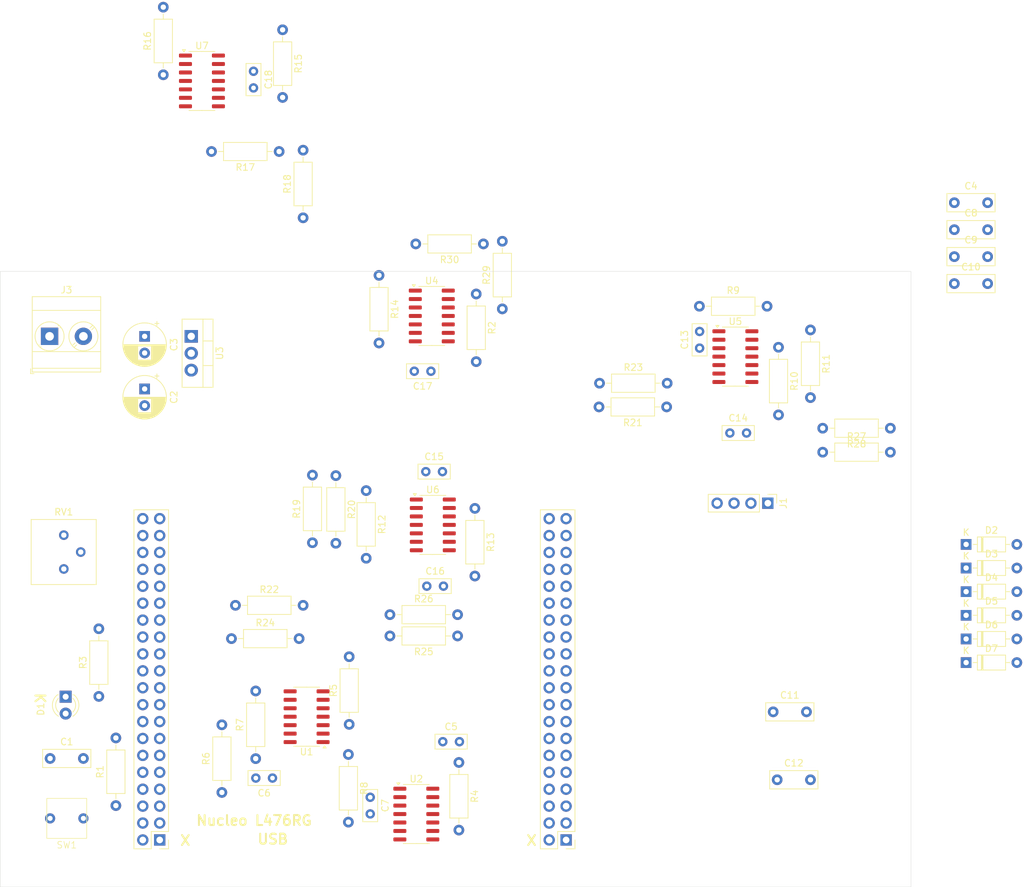
<source format=kicad_pcb>
(kicad_pcb (version 20240108) (generator "pcbnew") (generator_version "8.0")
  (layers (0 "F.Cu" signal) (31 "B.Cu" signal) (34 "B.Paste" user) (35 "F.Paste" user) (36 "B.SilkS" user "B.Silkscreen") (37 "F.SilkS" user "F.Silkscreen") (38 "B.Mask" user) (39 "F.Mask" user) (44 "Edge.Cuts" user))
  (net 0 "")
  (net 1 "GND")
  (net 2 "SW1_OUT")
  (net 3 "Net-(U2B-~{S})")
  (net 4 "VIN")
  (net 5 "5V_NUC")
  (net 6 "Net-(U1B-~{R})")
  (net 14 "3.3V_NUC")
  (net 15 "Net-(U2A-~{S})")
  (net 16 "Net-(U5A-~{R})")
  (net 17 "Net-(U5B-~{R})")
  (net 19 "POT_OUT")
  (net 21 "USER_BUTTON")
  (net 23 "LED_OUT")
  (net 35 "Net-(U6A-~{S})")
  (net 41 "Net-(U6B-~{R})")
  (net 42 "Net-(U4A-~{R})")
  (net 45 "Net-(U7B-~{S})")
  (net 46 "A2in")
  (net 47 "Net-(D1-K)")
  (net 48 "C2in")
  (net 51 "B2in")
  (net 60 "5V")
  (net 74 "A2out_nuc")
  (net 75 "AC2out_nuc")
  (net 80 "B2out_nuc")
  (net 84 "AB2out_nuc")
  (net 87 "ABCout_nuc")
  (net 89 "BC2out_nuc")
  (net 91 "Net-(U2B-Q)")
  (net 92 "Bin")
  (net 93 "Ain")
  (net 94 "Net-(U1B-~{Q})")
  (net 95 "Net-(U2A-Q)")
  (net 96 "Net-(U5A-~{Q})")
  (net 97 "Net-(U5B-~{Q})")
  (net 98 "Net-(U6A-Q)")
  (net 99 "Net-(U6B-~{Q})")
  (net 100 "Net-(U4A-~{Q})")
  (net 101 "Net-(U7B-Q)")
  (net 102 "B2out")
  (net 103 "A2out")
  (net 104 "C2out_nuc")
  (net 105 "C2out")
  (net 106 "ABCout")
  (net 107 "AB2out")
  (net 108 "AC2out")
  (net 109 "BC2out")
  (net 110 "Net-(U1A-Q)")
  (net 111 "Net-(U1A-~{Q})")
  (net 113 "Aout")
  (net 114 "Bout")
  (net 115 "Net-(U4A-C)")
  (net 116 "Net-(U4B-Q)")
  (net 117 "Net-(U4B-~{Q})")
  (net 118 "Net-(U7A-~{Q})")
  (footprint "Connector_PinHeader_2.54mm:PinHeader_2x20_P2.54mm_Vertical" (layer "F.Cu") (at 208.5 143.44 180)
    (property "Reference" "J4" (hide yes))
    (property "Value" "Morpho_Gauche" (hide yes))
    (pad "1" thru_hole rect (at 0 0 180) (size 1.7 1.7) (drill 1) (layers "*.Cu" "*.Mask"))
    (pad "2" thru_hole oval (at 2.54 0 180) (size 1.7 1.7) (drill 1) (layers "*.Cu" "*.Mask"))
    (pad "3" thru_hole oval (at 0 2.54 180) (size 1.7 1.7) (drill 1) (layers "*.Cu" "*.Mask"))
    (pad "4" thru_hole oval (at 2.54 2.54 180) (size 1.7 1.7) (drill 1) (layers "*.Cu" "*.Mask"))
    (pad "5" thru_hole oval (at 0 5.08 180) (size 1.7 1.7) (drill 1) (layers "*.Cu" "*.Mask"))
    (pad "6" thru_hole oval (at 2.54 5.08 180) (size 1.7 1.7) (drill 1) (layers "*.Cu" "*.Mask"))
    (pad "7" thru_hole oval (at 0 7.62 180) (size 1.7 1.7) (drill 1) (layers "*.Cu" "*.Mask"))
    (pad "8" thru_hole oval (at 2.54 7.62 180) (size 1.7 1.7) (drill 1) (layers "*.Cu" "*.Mask"))
    (pad "9" thru_hole oval (at 0 10.16 180) (size 1.7 1.7) (drill 1) (layers "*.Cu" "*.Mask"))
    (pad "10" thru_hole oval (at 2.54 10.16 180) (size 1.7 1.7) (drill 1) (layers "*.Cu" "*.Mask"))
    (pad "11" thru_hole oval (at 0 12.7 180) (size 1.7 1.7) (drill 1) (layers "*.Cu" "*.Mask"))
    (pad "12" thru_hole oval (at 2.54 12.7 180) (size 1.7 1.7) (drill 1) (layers "*.Cu" "*.Mask"))
    (pad "13" thru_hole oval (at 0 15.24 180) (size 1.7 1.7) (drill 1) (layers "*.Cu" "*.Mask"))
    (pad "14" thru_hole oval (at 2.54 15.24 180) (size 1.7 1.7) (drill 1) (layers "*.Cu" "*.Mask"))
    (pad "15" thru_hole oval (at 0 17.78 180) (size 1.7 1.7) (drill 1) (layers "*.Cu" "*.Mask"))
    (pad "16" thru_hole oval (at 2.54 17.78 180) (size 1.7 1.7) (drill 1) (layers "*.Cu" "*.Mask"))
    (pad "17" thru_hole oval (at 0 20.32 180) (size 1.7 1.7) (drill 1) (layers "*.Cu" "*.Mask"))
    (pad "18" thru_hole oval (at 2.54 20.32 180) (size 1.7 1.7) (drill 1) (layers "*.Cu" "*.Mask") (net 14 "3.3V_NUC"))
    (pad "19" thru_hole oval (at 0 22.86 180) (size 1.7 1.7) (drill 1) (layers "*.Cu" "*.Mask"))
    (pad "20" thru_hole oval (at 2.54 22.86 180) (size 1.7 1.7) (drill 1) (layers "*.Cu" "*.Mask") (net 5 "5V_NUC"))
    (pad "21" thru_hole oval (at 0 25.4 180) (size 1.7 1.7) (drill 1) (layers "*.Cu" "*.Mask") (net 1 "GND"))
    (pad "22" thru_hole oval (at 2.54 25.4 180) (size 1.7 1.7) (drill 1) (layers "*.Cu" "*.Mask") (net 1 "GND"))
    (pad "23" thru_hole oval (at 0 27.94 180) (size 1.7 1.7) (drill 1) (layers "*.Cu" "*.Mask"))
    (pad "24" thru_hole oval (at 2.54 27.94 180) (size 1.7 1.7) (drill 1) (layers "*.Cu" "*.Mask") (net 1 "GND"))
    (pad "25" thru_hole oval (at 0 30.48 180) (size 1.7 1.7) (drill 1) (layers "*.Cu" "*.Mask") (net 21 "USER_BUTTON"))
    (pad "26" thru_hole oval (at 2.54 30.48 180) (size 1.7 1.7) (drill 1) (layers "*.Cu" "*.Mask") (net 4 "VIN"))
    (pad "27" thru_hole oval (at 0 33.02 180) (size 1.7 1.7) (drill 1) (layers "*.Cu" "*.Mask"))
    (pad "28" thru_hole oval (at 2.54 33.02 180) (size 1.7 1.7) (drill 1) (layers "*.Cu" "*.Mask"))
    (pad "29" thru_hole oval (at 0 35.56 180) (size 1.7 1.7) (drill 1) (layers "*.Cu" "*.Mask"))
    (pad "30" thru_hole oval (at 2.54 35.56 180) (size 1.7 1.7) (drill 1) (layers "*.Cu" "*.Mask"))
    (pad "31" thru_hole oval (at 0 38.1 180) (size 1.7 1.7) (drill 1) (layers "*.Cu" "*.Mask"))
    (pad "32" thru_hole oval (at 2.54 38.1 180) (size 1.7 1.7) (drill 1) (layers "*.Cu" "*.Mask"))
    (pad "33" thru_hole oval (at 0 40.64 180) (size 1.7 1.7) (drill 1) (layers "*.Cu" "*.Mask"))
    (pad "34" thru_hole oval (at 2.54 40.64 180) (size 1.7 1.7) (drill 1) (layers "*.Cu" "*.Mask"))
    (pad "35" thru_hole oval (at 0 43.18 180) (size 1.7 1.7) (drill 1) (layers "*.Cu" "*.Mask"))
    (pad "36" thru_hole oval (at 2.54 43.18 180) (size 1.7 1.7) (drill 1) (layers "*.Cu" "*.Mask"))
    (pad "37" thru_hole oval (at 0 45.72 180) (size 1.7 1.7) (drill 1) (layers "*.Cu" "*.Mask"))
    (pad "38" thru_hole oval (at 2.54 45.72 180) (size 1.7 1.7) (drill 1) (layers "*.Cu" "*.Mask"))
    (pad "39" thru_hole oval (at 0 48.26 180) (size 1.7 1.7) (drill 1) (layers "*.Cu" "*.Mask"))
    (pad "40" thru_hole oval (at 2.54 48.26 180) (size 1.7 1.7) (drill 1) (layers "*.Cu" "*.Mask"))
  )
  (footprint "Connector_PinHeader_2.54mm:PinHeader_2x20_P2.54mm_Vertical" (layer "F.Cu") (at 147.460001 143.44 180)
    (property "Reference" "J7" (hide yes))
    (property "Value" "Morpho_Droite" (hide yes))
    (pad "1" thru_hole rect (at 0 0 180) (size 1.7 1.7) (drill 1) (layers "*.Cu" "*.Mask"))
    (pad "2" thru_hole oval (at 2.54 0 180) (size 1.7 1.7) (drill 1) (layers "*.Cu" "*.Mask"))
    (pad "3" thru_hole oval (at 0 2.54 180) (size 1.7 1.7) (drill 1) (layers "*.Cu" "*.Mask"))
    (pad "4" thru_hole oval (at 2.54 2.54 180) (size 1.7 1.7) (drill 1) (layers "*.Cu" "*.Mask"))
    (pad "5" thru_hole oval (at 0 5.08 180) (size 1.7 1.7) (drill 1) (layers "*.Cu" "*.Mask") (net 74 "A2out_nuc"))
    (pad "6" thru_hole oval (at 2.54 5.08 180) (size 1.7 1.7) (drill 1) (layers "*.Cu" "*.Mask") (net 2 "SW1_OUT"))
    (pad "7" thru_hole oval (at 0 7.62 180) (size 1.7 1.7) (drill 1) (layers "*.Cu" "*.Mask") (net 80 "B2out_nuc"))
    (pad "8" thru_hole oval (at 2.54 7.62 180) (size 1.7 1.7) (drill 1) (layers "*.Cu" "*.Mask") (net 23 "LED_OUT"))
    (pad "9" thru_hole oval (at 0 10.16 180) (size 1.7 1.7) (drill 1) (layers "*.Cu" "*.Mask"))
    (pad "10" thru_hole oval (at 2.54 10.16 180) (size 1.7 1.7) (drill 1) (layers "*.Cu" "*.Mask"))
    (pad "11" thru_hole oval (at 0 12.7 180) (size 1.7 1.7) (drill 1) (layers "*.Cu" "*.Mask"))
    (pad "12" thru_hole oval (at 2.54 12.7 180) (size 1.7 1.7) (drill 1) (layers "*.Cu" "*.Mask"))
    (pad "13" thru_hole oval (at 0 15.24 180) (size 1.7 1.7) (drill 1) (layers "*.Cu" "*.Mask") (net 87 "ABCout_nuc"))
    (pad "14" thru_hole oval (at 2.54 15.24 180) (size 1.7 1.7) (drill 1) (layers "*.Cu" "*.Mask"))
    (pad "15" thru_hole oval (at 0 17.78 180) (size 1.7 1.7) (drill 1) (layers "*.Cu" "*.Mask"))
    (pad "16" thru_hole oval (at 2.54 17.78 180) (size 1.7 1.7) (drill 1) (layers "*.Cu" "*.Mask"))
    (pad "17" thru_hole oval (at 0 20.32 180) (size 1.7 1.7) (drill 1) (layers "*.Cu" "*.Mask"))
    (pad "18" thru_hole oval (at 2.54 20.32 180) (size 1.7 1.7) (drill 1) (layers "*.Cu" "*.Mask"))
    (pad "19" thru_hole oval (at 0 22.86 180) (size 1.7 1.7) (drill 1) (layers "*.Cu" "*.Mask"))
    (pad "20" thru_hole oval (at 2.54 22.86 180) (size 1.7 1.7) (drill 1) (layers "*.Cu" "*.Mask"))
    (pad "21" thru_hole oval (at 0 25.4 180) (size 1.7 1.7) (drill 1) (layers "*.Cu" "*.Mask"))
    (pad "22" thru_hole oval (at 2.54 25.4 180) (size 1.7 1.7) (drill 1) (layers "*.Cu" "*.Mask") (net 1 "GND"))
    (pad "23" thru_hole oval (at 0 27.94 180) (size 1.7 1.7) (drill 1) (layers "*.Cu" "*.Mask"))
    (pad "24" thru_hole oval (at 2.54 27.94 180) (size 1.7 1.7) (drill 1) (layers "*.Cu" "*.Mask"))
    (pad "25" thru_hole oval (at 0 30.48 180) (size 1.7 1.7) (drill 1) (layers "*.Cu" "*.Mask"))
    (pad "26" thru_hole oval (at 2.54 30.48 180) (size 1.7 1.7) (drill 1) (layers "*.Cu" "*.Mask") (net 75 "AC2out_nuc"))
    (pad "27" thru_hole oval (at 0 33.02 180) (size 1.7 1.7) (drill 1) (layers "*.Cu" "*.Mask"))
    (pad "28" thru_hole oval (at 2.54 33.02 180) (size 1.7 1.7) (drill 1) (layers "*.Cu" "*.Mask"))
    (pad "29" thru_hole oval (at 0 35.56 180) (size 1.7 1.7) (drill 1) (layers "*.Cu" "*.Mask"))
    (pad "30" thru_hole oval (at 2.54 35.56 180) (size 1.7 1.7) (drill 1) (layers "*.Cu" "*.Mask"))
    (pad "31" thru_hole oval (at 0 38.1 180) (size 1.7 1.7) (drill 1) (layers "*.Cu" "*.Mask") (net 89 "BC2out_nuc"))
    (pad "32" thru_hole oval (at 2.54 38.1 180) (size 1.7 1.7) (drill 1) (layers "*.Cu" "*.Mask") (net 84 "AB2out_nuc"))
    (pad "33" thru_hole oval (at 0 40.64 180) (size 1.7 1.7) (drill 1) (layers "*.Cu" "*.Mask"))
    (pad "34" thru_hole oval (at 2.54 40.64 180) (size 1.7 1.7) (drill 1) (layers "*.Cu" "*.Mask"))
    (pad "35" thru_hole oval (at 0 43.18 180) (size 1.7 1.7) (drill 1) (layers "*.Cu" "*.Mask"))
    (pad "36" thru_hole oval (at 2.54 43.18 180) (size 1.7 1.7) (drill 1) (layers "*.Cu" "*.Mask") (net 19 "POT_OUT"))
    (pad "37" thru_hole oval (at 0 45.72 180) (size 1.7 1.7) (drill 1) (layers "*.Cu" "*.Mask"))
    (pad "38" thru_hole oval (at 2.54 45.72 180) (size 1.7 1.7) (drill 1) (layers "*.Cu" "*.Mask"))
    (pad "39" thru_hole oval (at 0 48.26 180) (size 1.7 1.7) (drill 1) (layers "*.Cu" "*.Mask"))
    (pad "40" thru_hole oval (at 2.54 48.26 180) (size 1.7 1.7) (drill 1) (layers "*.Cu" "*.Mask"))
  )
  (footprint "Capacitor_THT:C_Rect_L4.6mm_W2.0mm_P2.50mm_MKS02_FKP02" (layer "F.Cu") (at 179.08 137.03 -90)
    (property "Reference" "C7" (at 1.25 -2.25 90) (layer "F.SilkS"))
    (property "Value" "220pF")
    (pad "1" thru_hole circle (at 0 0 270) (size 1.4 1.4) (drill 0.7) (layers "*.Cu" "*.Mask") (net 1 "GND"))
    (pad "2" thru_hole circle (at 2.5 0 270) (size 1.4 1.4) (drill 0.7) (layers "*.Cu" "*.Mask") (net 15 "Net-(U2A-~{S})"))
  )
  (footprint "Potentiometer_THT:Potentiometer_Bourns_3386P_Vertical" (layer "F.Cu") (at 133.06 102.74)
    (property "Reference" "RV1" (at -0.015 -8.555 0) (layer "F.SilkS"))
    (property "Value" "22k")
    (pad "1" thru_hole circle (at 0 0) (size 1.44 1.44) (drill 0.8) (layers "*.Cu" "*.Mask") (net 14 "3.3V_NUC"))
    (pad "2" thru_hole circle (at 2.54 -2.54) (size 1.44 1.44) (drill 0.8) (layers "*.Cu" "*.Mask") (net 19 "POT_OUT"))
    (pad "3" thru_hole circle (at 0 -5.08) (size 1.44 1.44) (drill 0.8) (layers "*.Cu" "*.Mask") (net 1 "GND"))
  )
  (footprint "Capacitor_THT:C_Rect_L4.6mm_W2.0mm_P2.50mm_MKS02_FKP02" (layer "F.Cu") (at 189.98 128.68)
    (property "Reference" "C5" (at 1.25 -2.25 0) (layer "F.SilkS"))
    (property "Value" "220pF")
    (pad "1" thru_hole circle (at 0 0) (size 1.4 1.4) (drill 0.7) (layers "*.Cu" "*.Mask") (net 1 "GND"))
    (pad "2" thru_hole circle (at 2.5 0) (size 1.4 1.4) (drill 0.7) (layers "*.Cu" "*.Mask") (net 3 "Net-(U2B-~{S})"))
  )
  (footprint "Resistor_THT:R_Axial_DIN0207_L6.3mm_D2.5mm_P10.16mm_Horizontal" (layer "F.Cu") (at 173.92 88.72 -90)
    (property "Reference" "R20" (at 5.08 -2.37 90) (layer "F.SilkS"))
    (property "Value" "2.2k")
    (pad "1" thru_hole circle (at 0 0 270) (size 1.6 1.6) (drill 0.8) (layers "*.Cu" "*.Mask") (net 74 "A2out_nuc"))
    (pad "2" thru_hole oval (at 10.16 0 270) (size 1.6 1.6) (drill 0.8) (layers "*.Cu" "*.Mask") (net 103 "A2out"))
  )
  (footprint "LED_THT:LED_D3.0mm_Clear" (layer "F.Cu") (at 133.335 121.925 -90)
    (property "Reference" "D1" (at 1.875 3.735 90) (layer "F.SilkS"))
    (property "Value" "LED")
    (pad "1" thru_hole rect (at 0 0 270) (size 1.8 1.8) (drill 0.9) (layers "*.Cu" "*.Mask") (net 47 "Net-(D1-K)"))
    (pad "2" thru_hole circle (at 2.54 0 270) (size 1.8 1.8) (drill 0.9) (layers "*.Cu" "*.Mask") (net 23 "LED_OUT"))
  )
  (footprint "Resistor_THT:R_Axial_DIN0207_L6.3mm_D2.5mm_P10.16mm_Horizontal" (layer "F.Cu") (at 138.32 121.88 90)
    (property "Reference" "R3" (at 5.08 -2.37 270) (layer "F.SilkS"))
    (property "Value" "100")
    (pad "1" thru_hole circle (at 0 0 90) (size 1.6 1.6) (drill 0.8) (layers "*.Cu" "*.Mask") (net 47 "Net-(D1-K)"))
    (pad "2" thru_hole oval (at 10.16 0 90) (size 1.6 1.6) (drill 0.8) (layers "*.Cu" "*.Mask") (net 1 "GND"))
  )
  (footprint "Resistor_THT:R_Axial_DIN0207_L6.3mm_D2.5mm_P10.16mm_Horizontal" (layer "F.Cu") (at 192.4 131.8 -90)
    (property "Reference" "R4" (at 5.08 -2.37 90) (layer "F.SilkS"))
    (property "Value" "1k")
    (pad "1" thru_hole circle (at 0 0 270) (size 1.6 1.6) (drill 0.8) (layers "*.Cu" "*.Mask") (net 3 "Net-(U2B-~{S})"))
    (pad "2" thru_hole oval (at 10.16 0 270) (size 1.6 1.6) (drill 0.8) (layers "*.Cu" "*.Mask") (net 91 "Net-(U2B-Q)"))
  )
  (footprint "Resistor_THT:R_Axial_DIN0207_L6.3mm_D2.5mm_P10.16mm_Horizontal" (layer "F.Cu") (at 194.8 93.64 -90)
    (property "Reference" "R13" (at 5.08 -2.37 90) (layer "F.SilkS"))
    (property "Value" "1k")
    (pad "1" thru_hole circle (at 0 0 270) (size 1.6 1.6) (drill 0.8) (layers "*.Cu" "*.Mask") (net 41 "Net-(U6B-~{R})"))
    (pad "2" thru_hole oval (at 10.16 0 270) (size 1.6 1.6) (drill 0.8) (layers "*.Cu" "*.Mask") (net 99 "Net-(U6B-~{Q})"))
  )
  (footprint "Capacitor_THT:C_Rect_L7.0mm_W2.5mm_P5.00mm" (layer "F.Cu") (at 266.81 59.88)
    (property "Reference" "C10" (at 2.5 -2.5 0) (layer "F.SilkS"))
    (property "Value" "100nF")
    (pad "1" thru_hole circle (at 0 0) (size 1.6 1.6) (drill 0.8) (layers "*.Cu" "*.Mask") (net 1 "GND"))
    (pad "2" thru_hole circle (at 5 0) (size 1.6 1.6) (drill 0.8) (layers "*.Cu" "*.Mask") (net 60 "5V"))
  )
  (footprint "Diode_THT:D_DO-35_SOD27_P7.62mm_Horizontal" (layer "F.Cu") (at 268.58 109.7)
    (property "Reference" "D5" (at 3.81 -2.12 0) (layer "F.SilkS"))
    (property "Value" "1N4148")
    (fp_text user "K" (at 0 -1.8 0) (layer "F.SilkS"))
    (pad "1" thru_hole rect (at 0 0) (size 1.6 1.6) (drill 0.8) (layers "*.Cu" "*.Mask") (net 51 "B2in"))
    (pad "2" thru_hole oval (at 7.62 0) (size 1.6 1.6) (drill 0.8) (layers "*.Cu" "*.Mask") (net 1 "GND"))
  )
  (footprint "Package_SO:SO-14_3.9x8.65mm_P1.27mm" (layer "F.Cu") (at 169.525 124.93 180)
    (property "Reference" "U1" (at 0 -5.28 180) (layer "F.SilkS"))
    (property "Value" "74HCT74")
    (pad "1" smd roundrect (at -2.475 -3.81 180) (size 1.95 0.6) (layers "F.Cu" "F.Paste" "F.Mask") (net 60 "5V"))
    (pad "2" smd roundrect (at -2.475 -2.54 180) (size 1.95 0.6) (layers "F.Cu" "F.Paste" "F.Mask"))
    (pad "3" smd roundrect (at -2.475 -1.27 180) (size 1.95 0.6) (layers "F.Cu" "F.Paste" "F.Mask") (net 92 "Bin"))
    (pad "4" smd roundrect (at -2.475 0 180) (size 1.95 0.6) (layers "F.Cu" "F.Paste" "F.Mask") (net 110 "Net-(U1A-Q)"))
    (pad "5" smd roundrect (at -2.475 1.27 180) (size 1.95 0.6) (layers "F.Cu" "F.Paste" "F.Mask") (net 110 "Net-(U1A-Q)"))
    (pad "6" smd roundrect (at -2.475 2.54 180) (size 1.95 0.6) (layers "F.Cu" "F.Paste" "F.Mask") (net 111 "Net-(U1A-~{Q})"))
    (pad "7" smd roundrect (at -2.475 3.81 180) (size 1.95 0.6) (layers "F.Cu" "F.Paste" "F.Mask") (net 1 "GND"))
    (pad "8" smd roundrect (at 2.475 3.81 180) (size 1.95 0.6) (layers "F.Cu" "F.Paste" "F.Mask") (net 94 "Net-(U1B-~{Q})"))
    (pad "9" smd roundrect (at 2.475 2.54 180) (size 1.95 0.6) (layers "F.Cu" "F.Paste" "F.Mask") (net 106 "ABCout"))
    (pad "10" smd roundrect (at 2.475 1.27 180) (size 1.95 0.6) (layers "F.Cu" "F.Paste" "F.Mask") (net 60 "5V"))
    (pad "11" smd roundrect (at 2.475 0 180) (size 1.95 0.6) (layers "F.Cu" "F.Paste" "F.Mask") (net 110 "Net-(U1A-Q)"))
    (pad "12" smd roundrect (at 2.475 -1.27 180) (size 1.95 0.6) (layers "F.Cu" "F.Paste" "F.Mask") (net 93 "Ain"))
    (pad "13" smd roundrect (at 2.475 -2.54 180) (size 1.95 0.6) (layers "F.Cu" "F.Paste" "F.Mask") (net 6 "Net-(U1B-~{R})"))
    (pad "14" smd roundrect (at 2.475 -3.81 180) (size 1.95 0.6) (layers "F.Cu" "F.Paste" "F.Mask") (net 60 "5V"))
  )
  (footprint "Connector_PinHeader_2.54mm:PinHeader_1x04_P2.54mm_Vertical" (layer "F.Cu") (at 238.8 92.86 -90)
    (property "Reference" "J1" (at 0 -2.33 90) (layer "F.SilkS"))
    (property "Value" "Inputs")
    (pad "1" thru_hole rect (at 0 0 270) (size 1.7 1.7) (drill 1) (layers "*.Cu" "*.Mask") (net 1 "GND"))
    (pad "2" thru_hole oval (at 0 2.54 270) (size 1.7 1.7) (drill 1) (layers "*.Cu" "*.Mask") (net 46 "A2in"))
    (pad "3" thru_hole oval (at 0 5.08 270) (size 1.7 1.7) (drill 1) (layers "*.Cu" "*.Mask") (net 51 "B2in"))
    (pad "4" thru_hole oval (at 0 7.62 270) (size 1.7 1.7) (drill 1) (layers "*.Cu" "*.Mask") (net 48 "C2in"))
  )
  (footprint "Capacitor_THT:C_Rect_L4.6mm_W2.0mm_P2.50mm_MKS02_FKP02" (layer "F.Cu") (at 228.55 69.57 90)
    (property "Reference" "C13" (at 1.25 -2.25 270) (layer "F.SilkS"))
    (property "Value" "220pF")
    (pad "1" thru_hole circle (at 0 0 90) (size 1.4 1.4) (drill 0.7) (layers "*.Cu" "*.Mask") (net 1 "GND"))
    (pad "2" thru_hole circle (at 2.5 0 90) (size 1.4 1.4) (drill 0.7) (layers "*.Cu" "*.Mask") (net 16 "Net-(U5A-~{R})"))
  )
  (footprint "Diode_THT:D_DO-35_SOD27_P7.62mm_Horizontal" (layer "F.Cu") (at 268.58 116.8)
    (property "Reference" "D7" (at 3.81 -2.12 0) (layer "F.SilkS"))
    (property "Value" "1N4148")
    (fp_text user "K" (at 0 -1.8 0) (layer "F.SilkS"))
    (pad "1" thru_hole rect (at 0 0) (size 1.6 1.6) (drill 0.8) (layers "*.Cu" "*.Mask") (net 48 "C2in"))
    (pad "2" thru_hole oval (at 7.62 0) (size 1.6 1.6) (drill 0.8) (layers "*.Cu" "*.Mask") (net 1 "GND"))
  )
  (footprint "Capacitor_THT:C_Rect_L4.6mm_W2.0mm_P2.50mm_MKS02_FKP02" (layer "F.Cu") (at 164.4 134.145 180)
    (property "Reference" "C6" (at 1.25 -2.25 180) (layer "F.SilkS"))
    (property "Value" "220pF")
    (pad "1" thru_hole circle (at 0 0 180) (size 1.4 1.4) (drill 0.7) (layers "*.Cu" "*.Mask") (net 1 "GND"))
    (pad "2" thru_hole circle (at 2.5 0 180) (size 1.4 1.4) (drill 0.7) (layers "*.Cu" "*.Mask") (net 6 "Net-(U1B-~{R})"))
  )
  (footprint "Resistor_THT:R_Axial_DIN0207_L6.3mm_D2.5mm_P10.16mm_Horizontal" (layer "F.Cu") (at 175.92 126.08 90)
    (property "Reference" "R5" (at 5.08 -2.37 270) (layer "F.SilkS"))
    (property "Value" "50")
    (pad "1" thru_hole circle (at 0 0 90) (size 1.6 1.6) (drill 0.8) (layers "*.Cu" "*.Mask") (net 92 "Bin"))
    (pad "2" thru_hole oval (at 10.16 0 90) (size 1.6 1.6) (drill 0.8) (layers "*.Cu" "*.Mask") (net 1 "GND"))
  )
  (footprint "Capacitor_THT:CP_Radial_D6.3mm_P2.50mm" (layer "F.Cu") (at 145.2 75.7 -90)
    (property "Reference" "C2" (at 1.25 -4.4 90) (layer "F.SilkS"))
    (property "Value" "100uF")
    (pad "1" thru_hole rect (at 0 0 270) (size 1.6 1.6) (drill 0.8) (layers "*.Cu" "*.Mask") (net 60 "5V"))
    (pad "2" thru_hole circle (at 2.5 0 270) (size 1.6 1.6) (drill 0.8) (layers "*.Cu" "*.Mask") (net 1 "GND"))
  )
  (footprint "Resistor_THT:R_Axial_DIN0207_L6.3mm_D2.5mm_P10.16mm_Horizontal" (layer "F.Cu") (at 247.04 85.2)
    (property "Reference" "R27" (at 5.08 -2.37 360) (layer "F.SilkS"))
    (property "Value" "3.3k")
    (pad "1" thru_hole circle (at 0 0) (size 1.6 1.6) (drill 0.8) (layers "*.Cu" "*.Mask") (net 1 "GND"))
    (pad "2" thru_hole oval (at 10.16 0) (size 1.6 1.6) (drill 0.8) (layers "*.Cu" "*.Mask") (net 75 "AC2out_nuc"))
  )
  (footprint "Resistor_THT:R_Axial_DIN0207_L6.3mm_D2.5mm_P10.16mm_Horizontal" (layer "F.Cu") (at 228.52 63.28)
    (property "Reference" "R9" (at 5.08 -2.37 360) (layer "F.SilkS"))
    (property "Value" "1k")
    (pad "1" thru_hole circle (at 0 0) (size 1.6 1.6) (drill 0.8) (layers "*.Cu" "*.Mask") (net 16 "Net-(U5A-~{R})"))
    (pad "2" thru_hole oval (at 10.16 0) (size 1.6 1.6) (drill 0.8) (layers "*.Cu" "*.Mask") (net 96 "Net-(U5A-~{Q})"))
  )
  (footprint "Resistor_THT:R_Axial_DIN0207_L6.3mm_D2.5mm_P10.16mm_Horizontal" (layer "F.Cu") (at 161.88 131.225 90)
    (property "Reference" "R7" (at 5.08 -2.37 270) (layer "F.SilkS"))
    (property "Value" "1k")
    (pad "1" thru_hole circle (at 0 0 90) (size 1.6 1.6) (drill 0.8) (layers "*.Cu" "*.Mask") (net 6 "Net-(U1B-~{R})"))
    (pad "2" thru_hole oval (at 10.16 0 90) (size 1.6 1.6) (drill 0.8) (layers "*.Cu" "*.Mask") (net 94 "Net-(U1B-~{Q})"))
  )
  (footprint "Resistor_THT:R_Axial_DIN0207_L6.3mm_D2.5mm_P10.16mm_Horizontal" (layer "F.Cu") (at 192.2 112.8 180)
    (property "Reference" "R25" (at 5.08 -2.37 180) (layer "F.SilkS"))
    (property "Value" "3.3k")
    (pad "1" thru_hole circle (at 0 0 180) (size 1.6 1.6) (drill 0.8) (layers "*.Cu" "*.Mask") (net 1 "GND"))
    (pad "2" thru_hole oval (at 10.16 0 180) (size 1.6 1.6) (drill 0.8) (layers "*.Cu" "*.Mask") (net 84 "AB2out_nuc"))
  )
  (footprint "Capacitor_THT:C_Rect_L4.6mm_W2.0mm_P2.50mm_MKS02_FKP02" (layer "F.Cu") (at 187.58 105.32)
    (property "Reference" "C16" (at 1.25 -2.25 0) (layer "F.SilkS"))
    (property "Value" "220pF")
    (pad "1" thru_hole circle (at 0 0) (size 1.4 1.4) (drill 0.7) (layers "*.Cu" "*.Mask") (net 1 "GND"))
    (pad "2" thru_hole circle (at 2.5 0) (size 1.4 1.4) (drill 0.7) (layers "*.Cu" "*.Mask") (net 41 "Net-(U6B-~{R})"))
  )
  (footprint "Package_SO:SO-14_3.9x8.65mm_P1.27mm" (layer "F.Cu") (at 153.805 29.44)
    (property "Reference" "U7" (at 0 -5.28 0) (layer "F.SilkS"))
    (property "Value" "74HC74")
    (pad "1" smd roundrect (at -2.475 -3.81) (size 1.95 0.6) (layers "F.Cu" "F.Paste" "F.Mask") (net 60 "5V"))
    (pad "2" smd roundrect (at -2.475 -2.54) (size 1.95 0.6) (layers "F.Cu" "F.Paste" "F.Mask") (net 1 "GND"))
    (pad "3" smd roundrect (at -2.475 -1.27) (size 1.95 0.6) (layers "F.Cu" "F.Paste" "F.Mask") (net 51 "B2in"))
    (pad "4" smd roundrect (at -2.475 0) (size 1.95 0.6) (layers "F.Cu" "F.Paste" "F.Mask") (net 115 "Net-(U4A-C)"))
    (pad "5" smd roundrect (at -2.475 1.27) (size 1.95 0.6) (layers "F.Cu" "F.Paste" "F.Mask") (net 115 "Net-(U4A-C)"))
    (pad "6" smd roundrect (at -2.475 2.54) (size 1.95 0.6) (layers "F.Cu" "F.Paste" "F.Mask") (net 118 "Net-(U7A-~{Q})"))
    (pad "7" smd roundrect (at -2.475 3.81) (size 1.95 0.6) (layers "F.Cu" "F.Paste" "F.Mask") (net 1 "GND"))
    (pad "8" smd roundrect (at 2.475 3.81) (size 1.95 0.6) (layers "F.Cu" "F.Paste" "F.Mask") (net 102 "B2out"))
    (pad "9" smd roundrect (at 2.475 2.54) (size 1.95 0.6) (layers "F.Cu" "F.Paste" "F.Mask") (net 101 "Net-(U7B-Q)"))
    (pad "10" smd roundrect (at 2.475 1.27) (size 1.95 0.6) (layers "F.Cu" "F.Paste" "F.Mask") (net 45 "Net-(U7B-~{S})"))
    (pad "11" smd roundrect (at 2.475 0) (size 1.95 0.6) (layers "F.Cu" "F.Paste" "F.Mask") (net 118 "Net-(U7A-~{Q})"))
    (pad "12" smd roundrect (at 2.475 -1.27) (size 1.95 0.6) (layers "F.Cu" "F.Paste" "F.Mask") (net 1 "GND"))
    (pad "13" smd roundrect (at 2.475 -2.54) (size 1.95 0.6) (layers "F.Cu" "F.Paste" "F.Mask") (net 60 "5V"))
    (pad "14" smd roundrect (at 2.475 -3.81) (size 1.95 0.6) (layers "F.Cu" "F.Paste" "F.Mask") (net 60 "5V"))
  )
  (footprint "Capacitor_THT:C_Rect_L7.0mm_W2.5mm_P5.00mm" (layer "F.Cu") (at 266.81 55.83)
    (property "Reference" "C9" (at 2.5 -2.5 0) (layer "F.SilkS"))
    (property "Value" "100nF")
    (pad "1" thru_hole circle (at 0 0) (size 1.6 1.6) (drill 0.8) (layers "*.Cu" "*.Mask") (net 1 "GND"))
    (pad "2" thru_hole circle (at 5 0) (size 1.6 1.6) (drill 0.8) (layers "*.Cu" "*.Mask") (net 60 "5V"))
  )
  (footprint "TerminalBlock_Phoenix:TerminalBlock_Phoenix_MKDS-3-2-5.08_1x02_P5.08mm_Horizontal" (layer "F.Cu") (at 130.92 67.8)
    (property "Reference" "J3" (at 2.54 -6.96 360) (layer "F.SilkS"))
    (property "Value" "POWER_IN")
    (pad "1" thru_hole rect (at 0 0) (size 2.6 2.6) (drill 1.3) (layers "*.Cu" "*.Mask") (net 1 "GND"))
    (pad "2" thru_hole circle (at 5.08 0) (size 2.6 2.6) (drill 1.3) (layers "*.Cu" "*.Mask") (net 4 "VIN"))
  )
  (footprint "Resistor_THT:R_Axial_DIN0207_L6.3mm_D2.5mm_P10.16mm_Horizontal" (layer "F.Cu") (at 257.2 81.6 180)
    (property "Reference" "R28" (at 5.08 -2.37 180) (layer "F.SilkS"))
    (property "Value" "2.2k")
    (pad "1" thru_hole circle (at 0 0 180) (size 1.6 1.6) (drill 0.8) (layers "*.Cu" "*.Mask") (net 75 "AC2out_nuc"))
    (pad "2" thru_hole oval (at 10.16 0 180) (size 1.6 1.6) (drill 0.8) (layers "*.Cu" "*.Mask") (net 108 "AC2out"))
  )
  (footprint "Resistor_THT:R_Axial_DIN0207_L6.3mm_D2.5mm_P10.16mm_Horizontal" (layer "F.Cu") (at 182.04 109.6)
    (property "Reference" "R26" (at 5.08 -2.37 0) (layer "F.SilkS"))
    (property "Value" "2.2k")
    (pad "1" thru_hole circle (at 0 0) (size 1.6 1.6) (drill 0.8) (layers "*.Cu" "*.Mask") (net 84 "AB2out_nuc"))
    (pad "2" thru_hole oval (at 10.16 0) (size 1.6 1.6) (drill 0.8) (layers "*.Cu" "*.Mask") (net 107 "AB2out"))
  )
  (footprint "Diode_THT:D_DO-35_SOD27_P7.62mm_Horizontal" (layer "F.Cu") (at 268.58 113.25)
    (property "Reference" "D6" (at 3.81 -2.12 0) (layer "F.SilkS"))
    (property "Value" "1N4148")
    (fp_text user "K" (at 0 -1.8 0) (layer "F.SilkS"))
    (pad "1" thru_hole rect (at 0 0) (size 1.6 1.6) (drill 0.8) (layers "*.Cu" "*.Mask") (net 60 "5V"))
    (pad "2" thru_hole oval (at 7.62 0) (size 1.6 1.6) (drill 0.8) (layers "*.Cu" "*.Mask") (net 48 "C2in"))
  )
  (footprint "Resistor_THT:R_Axial_DIN0207_L6.3mm_D2.5mm_P10.16mm_Horizontal" (layer "F.Cu") (at 223.6 78.4 180)
    (property "Reference" "R21" (at 5.08 -2.37 180) (layer "F.SilkS"))
    (property "Value" "3.3k")
    (pad "1" thru_hole circle (at 0 0 180) (size 1.6 1.6) (drill 0.8) (layers "*.Cu" "*.Mask") (net 1 "GND"))
    (pad "2" thru_hole oval (at 10.16 0 180) (size 1.6 1.6) (drill 0.8) (layers "*.Cu" "*.Mask") (net 104 "C2out_nuc"))
  )
  (footprint "Resistor_THT:R_Axial_DIN0207_L6.3mm_D2.5mm_P10.16mm_Horizontal" (layer "F.Cu") (at 140.88 138.28 90)
    (property "Reference" "R1" (at 5.08 -2.37 270) (layer "F.SilkS"))
    (property "Value" "8.2k")
    (pad "1" thru_hole circle (at 0 0 90) (size 1.6 1.6) (drill 0.8) (layers "*.Cu" "*.Mask") (net 2 "SW1_OUT"))
    (pad "2" thru_hole oval (at 10.16 0 90) (size 1.6 1.6) (drill 0.8) (layers "*.Cu" "*.Mask") (net 1 "GND"))
  )
  (footprint "Resistor_THT:R_Axial_DIN0207_L6.3mm_D2.5mm_P10.16mm_Horizontal" (layer "F.Cu") (at 169 50 90)
    (property "Reference" "R18" (at 5.08 -2.37 270) (layer "F.SilkS"))
    (property "Value" "3.3k")
    (pad "1" thru_hole circle (at 0 0 90) (size 1.6 1.6) (drill 0.8) (layers "*.Cu" "*.Mask") (net 1 "GND"))
    (pad "2" thru_hole oval (at 10.16 0 90) (size 1.6 1.6) (drill 0.8) (layers "*.Cu" "*.Mask") (net 80 "B2out_nuc"))
  )
  (footprint "Resistor_THT:R_Axial_DIN0207_L6.3mm_D2.5mm_P10.16mm_Horizontal" (layer "F.Cu") (at 170.4 98.8 90)
    (property "Reference" "R19" (at 5.08 -2.37 270) (layer "F.SilkS"))
    (property "Value" "3.3k")
    (pad "1" thru_hole circle (at 0 0 90) (size 1.6 1.6) (drill 0.8) (layers "*.Cu" "*.Mask") (net 1 "GND"))
    (pad "2" thru_hole oval (at 10.16 0 90) (size 1.6 1.6) (drill 0.8) (layers "*.Cu" "*.Mask") (net 74 "A2out_nuc"))
  )
  (footprint "Diode_THT:D_DO-35_SOD27_P7.62mm_Horizontal" (layer "F.Cu") (at 268.58 102.6)
    (property "Reference" "D3" (at 3.81 -2.12 0) (layer "F.SilkS"))
    (property "Value" "1N4148")
    (fp_text user "K" (at 0 -1.8 0) (layer "F.SilkS"))
    (pad "1" thru_hole rect (at 0 0) (size 1.6 1.6) (drill 0.8) (layers "*.Cu" "*.Mask") (net 46 "A2in"))
    (pad "2" thru_hole oval (at 7.62 0) (size 1.6 1.6) (drill 0.8) (layers "*.Cu" "*.Mask") (net 1 "GND"))
  )
  (footprint "Diode_THT:D_DO-35_SOD27_P7.62mm_Horizontal" (layer "F.Cu") (at 268.58 106.15)
    (property "Reference" "D4" (at 3.81 -2.12 0) (layer "F.SilkS"))
    (property "Value" "1N4148")
    (fp_text user "K" (at 0 -1.8 0) (layer "F.SilkS"))
    (pad "1" thru_hole rect (at 0 0) (size 1.6 1.6) (drill 0.8) (layers "*.Cu" "*.Mask") (net 60 "5V"))
    (pad "2" thru_hole oval (at 7.62 0) (size 1.6 1.6) (drill 0.8) (layers "*.Cu" "*.Mask") (net 51 "B2in"))
  )
  (footprint "LEnsE:Switch" (layer "F.Cu") (at 133.5 144.7)
    (property "Reference" "SW1" (at 0 -0.5 0) (layer "F.SilkS") (effects (font (thickness 0.1))))
    (property "Value" "SW_1")
    (pad "1" thru_hole circle (at -2.5 -4.5) (size 1.524 1.524) (drill 0.762) (layers "*.Cu" "*.Mask") (net 14 "3.3V_NUC"))
    (pad "2" thru_hole circle (at 2.5 -4.5) (size 1.524 1.524) (drill 0.762) (layers "*.Cu" "*.Mask") (net 2 "SW1_OUT"))
  )
  (footprint "Resistor_THT:R_Axial_DIN0207_L6.3mm_D2.5mm_P10.16mm_Horizontal" (layer "F.Cu") (at 156.8 136.305 90)
    (property "Reference" "R6" (at 5.08 -2.37 270) (layer "F.SilkS"))
    (property "Value" "50")
    (pad "1" thru_hole circle (at 0 0 90) (size 1.6 1.6) (drill 0.8) (layers "*.Cu" "*.Mask") (net 1 "GND"))
    (pad "2" thru_hole oval (at 10.16 0 90) (size 1.6 1.6) (drill 0.8) (layers "*.Cu" "*.Mask") (net 93 "Ain"))
  )
  (footprint "Package_SO:SO-14_3.9x8.65mm_P1.27mm" (layer "F.Cu") (at 188.48 96.12)
    (property "Reference" "U6" (at 0 -5.28 0) (layer "F.SilkS"))
    (property "Value" "74HC74")
    (pad "1" smd roundrect (at -2.475 -3.81) (size 1.95 0.6) (layers "F.Cu" "F.Paste" "F.Mask") (net 60 "5V"))
    (pad "2" smd roundrect (at -2.475 -2.54) (size 1.95 0.6) (layers "F.Cu" "F.Paste" "F.Mask") (net 1 "GND"))
    (pad "3" smd roundrect (at -2.475 -1.27) (size 1.95 0.6) (layers "F.Cu" "F.Paste" "F.Mask") (net 46 "A2in"))
    (pad "4" smd roundrect (at -2.475 0) (size 1.95 0.6) (layers "F.Cu" "F.Paste" "F.Mask") (net 35 "Net-(U6A-~{S})"))
    (pad "5" smd roundrect (at -2.475 1.27) (size 1.95 0.6) (layers "F.Cu" "F.Paste" "F.Mask") (net 98 "Net-(U6A-Q)"))
    (pad "6" smd roundrect (at -2.475 2.54) (size 1.95 0.6) (layers "F.Cu" "F.Paste" "F.Mask") (net 103 "A2out"))
    (pad "7" smd roundrect (at -2.475 3.81) (size 1.95 0.6) (layers "F.Cu" "F.Paste" "F.Mask") (net 1 "GND"))
    (pad "8" smd roundrect (at 2.475 3.81) (size 1.95 0.6) (layers "F.Cu" "F.Paste" "F.Mask") (net 99 "Net-(U6B-~{Q})"))
    (pad "9" smd roundrect (at 2.475 2.54) (size 1.95 0.6) (layers "F.Cu" "F.Paste" "F.Mask") (net 107 "AB2out"))
    (pad "10" smd roundrect (at 2.475 1.27) (size 1.95 0.6) (layers "F.Cu" "F.Paste" "F.Mask") (net 60 "5V"))
    (pad "11" smd roundrect (at 2.475 0) (size 1.95 0.6) (layers "F.Cu" "F.Paste" "F.Mask") (net 115 "Net-(U4A-C)"))
    (pad "12" smd roundrect (at 2.475 -1.27) (size 1.95 0.6) (layers "F.Cu" "F.Paste" "F.Mask") (net 46 "A2in"))
    (pad "13" smd roundrect (at 2.475 -2.54) (size 1.95 0.6) (layers "F.Cu" "F.Paste" "F.Mask") (net 41 "Net-(U6B-~{R})"))
    (pad "14" smd roundrect (at 2.475 -3.81) (size 1.95 0.6) (layers "F.Cu" "F.Paste" "F.Mask") (net 60 "5V"))
  )
  (footprint "Resistor_THT:R_Axial_DIN0207_L6.3mm_D2.5mm_P10.16mm_Horizontal" (layer "F.Cu") (at 175.8 130.6 -90)
    (property "Reference" "R8" (at 5.08 -2.37 90) (layer "F.SilkS"))
    (property "Value" "1k")
    (pad "1" thru_hole circle (at 0 0 270) (size 1.6 1.6) (drill 0.8) (layers "*.Cu" "*.Mask") (net 15 "Net-(U2A-~{S})"))
    (pad "2" thru_hole oval (at 10.16 0 270) (size 1.6 1.6) (drill 0.8) (layers "*.Cu" "*.Mask") (net 95 "Net-(U2A-Q)"))
  )
  (footprint "Capacitor_THT:C_Rect_L4.6mm_W2.0mm_P2.50mm_MKS02_FKP02" (layer "F.Cu") (at 233.1 82.32)
    (property "Reference" "C14" (at 1.25 -2.25 0) (layer "F.SilkS"))
    (property "Value" "220pF")
    (pad "1" thru_hole circle (at 0 0) (size 1.4 1.4) (drill 0.7) (layers "*.Cu" "*.Mask") (net 1 "GND"))
    (pad "2" thru_hole circle (at 2.5 0) (size 1.4 1.4) (drill 0.7) (layers "*.Cu" "*.Mask") (net 17 "Net-(U5B-~{R})"))
  )
  (footprint "Capacitor_THT:CP_Radial_D6.3mm_P2.50mm" (layer "F.Cu") (at 145.2 67.8 -90)
    (property "Reference" "C3" (at 1.25 -4.4 90) (layer "F.SilkS"))
    (property "Value" "100uF")
    (pad "1" thru_hole rect (at 0 0 270) (size 1.6 1.6) (drill 0.8) (layers "*.Cu" "*.Mask") (net 4 "VIN"))
    (pad "2" thru_hole circle (at 2.5 0 270) (size 1.6 1.6) (drill 0.8) (layers "*.Cu" "*.Mask") (net 1 "GND"))
  )
  (footprint "Resistor_THT:R_Axial_DIN0207_L6.3mm_D2.5mm_P10.16mm_Horizontal" (layer "F.Cu") (at 180.4 58.64 -90)
    (property "Reference" "R14" (at 5.08 -2.37 90) (layer "F.SilkS"))
    (property "Value" "1k")
    (pad "1" thru_hole circle (at 0 0 270) (size 1.6 1.6) (drill 0.8) (layers "*.Cu" "*.Mask") (net 42 "Net-(U4A-~{R})"))
    (pad "2" thru_hole oval (at 10.16 0 270) (size 1.6 1.6) (drill 0.8) (layers "*.Cu" "*.Mask") (net 100 "Net-(U4A-~{Q})"))
  )
  (footprint "Package_SO:SO-14_3.9x8.65mm_P1.27mm" (layer "F.Cu") (at 186.005 139.55)
    (property "Reference" "U2" (at 0 -5.28 0) (layer "F.SilkS"))
    (property "Value" "74HCT74")
    (pad "1" smd roundrect (at -2.475 -3.81) (size 1.95 0.6) (layers "F.Cu" "F.Paste" "F.Mask") (net 60 "5V"))
    (pad "2" smd roundrect (at -2.475 -2.54) (size 1.95 0.6) (layers "F.Cu" "F.Paste" "F.Mask") (net 1 "GND"))
    (pad "3" smd roundrect (at -2.475 -1.27) (size 1.95 0.6) (layers "F.Cu" "F.Paste" "F.Mask") (net 111 "Net-(U1A-~{Q})"))
    (pad "4" smd roundrect (at -2.475 0) (size 1.95 0.6) (layers "F.Cu" "F.Paste" "F.Mask") (net 15 "Net-(U2A-~{S})"))
    (pad "5" smd roundrect (at -2.475 1.27) (size 1.95 0.6) (layers "F.Cu" "F.Paste" "F.Mask") (net 95 "Net-(U2A-Q)"))
    (pad "6" smd roundrect (at -2.475 2.54) (size 1.95 0.6) (layers "F.Cu" "F.Paste" "F.Mask") (net 114 "Bout"))
    (pad "7" smd roundrect (at -2.475 3.81) (size 1.95 0.6) (layers "F.Cu" "F.Paste" "F.Mask") (net 1 "GND"))
    (pad "8" smd roundrect (at 2.475 3.81) (size 1.95 0.6) (layers "F.Cu" "F.Paste" "F.Mask") (net 113 "Aout"))
    (pad "9" smd roundrect (at 2.475 2.54) (size 1.95 0.6) (layers "F.Cu" "F.Paste" "F.Mask") (net 91 "Net-(U2B-Q)"))
    (pad "10" smd roundrect (at 2.475 1.27) (size 1.95 0.6) (layers "F.Cu" "F.Paste" "F.Mask") (net 3 "Net-(U2B-~{S})"))
    (pad "11" smd roundrect (at 2.475 0) (size 1.95 0.6) (layers "F.Cu" "F.Paste" "F.Mask") (net 93 "Ain"))
    (pad "12" smd roundrect (at 2.475 -1.27) (size 1.95 0.6) (layers "F.Cu" "F.Paste" "F.Mask") (net 1 "GND"))
    (pad "13" smd roundrect (at 2.475 -2.54) (size 1.95 0.6) (layers "F.Cu" "F.Paste" "F.Mask") (net 60 "5V"))
    (pad "14" smd roundrect (at 2.475 -3.81) (size 1.95 0.6) (layers "F.Cu" "F.Paste" "F.Mask") (net 60 "5V"))
  )
  (footprint "Package_SO:SO-14_3.9x8.65mm_P1.27mm" (layer "F.Cu") (at 188.325 64.74)
    (property "Reference" "U4" (at 0 -5.28 0) (layer "F.SilkS"))
    (property "Value" "74HC74")
    (pad "1" smd roundrect (at -2.475 -3.81) (size 1.95 0.6) (layers "F.Cu" "F.Paste" "F.Mask") (net 42 "Net-(U4A-~{R})"))
    (pad "2" smd roundrect (at -2.475 -2.54) (size 1.95 0.6) (layers "F.Cu" "F.Paste" "F.Mask") (net 48 "C2in"))
    (pad "3" smd roundrect (at -2.475 -1.27) (size 1.95 0.6) (layers "F.Cu" "F.Paste" "F.Mask") (net 115 "Net-(U4A-C)"))
    (pad "4" smd roundrect (at -2.475 0) (size 1.95 0.6) (layers "F.Cu" "F.Paste" "F.Mask") (net 60 "5V"))
    (pad "5" smd roundrect (at -2.475 1.27) (size 1.95 0.6) (layers "F.Cu" "F.Paste" "F.Mask") (net 109 "BC2out"))
    (pad "6" smd roundrect (at -2.475 2.54) (size 1.95 0.6) (layers "F.Cu" "F.Paste" "F.Mask") (net 100 "Net-(U4A-~{Q})"))
    (pad "7" smd roundrect (at -2.475 3.81) (size 1.95 0.6) (layers "F.Cu" "F.Paste" "F.Mask") (net 1 "GND"))
    (pad "8" smd roundrect (at 2.475 3.81) (size 1.95 0.6) (layers "F.Cu" "F.Paste" "F.Mask") (net 117 "Net-(U4B-~{Q})"))
    (pad "9" smd roundrect (at 2.475 2.54) (size 1.95 0.6) (layers "F.Cu" "F.Paste" "F.Mask") (net 116 "Net-(U4B-Q)"))
    (pad "10" smd roundrect (at 2.475 1.27) (size 1.95 0.6) (layers "F.Cu" "F.Paste" "F.Mask") (net 60 "5V"))
    (pad "11" smd roundrect (at 2.475 0) (size 1.95 0.6) (layers "F.Cu" "F.Paste" "F.Mask") (net 1 "GND"))
    (pad "12" smd roundrect (at 2.475 -1.27) (size 1.95 0.6) (layers "F.Cu" "F.Paste" "F.Mask") (net 48 "C2in"))
    (pad "13" smd roundrect (at 2.475 -2.54) (size 1.95 0.6) (layers "F.Cu" "F.Paste" "F.Mask") (net 117 "Net-(U4B-~{Q})"))
    (pad "14" smd roundrect (at 2.475 -3.81) (size 1.95 0.6) (layers "F.Cu" "F.Paste" "F.Mask") (net 60 "5V"))
  )
  (footprint "Capacitor_THT:C_Rect_L4.6mm_W2.0mm_P2.50mm_MKS02_FKP02" (layer "F.Cu") (at 188.2 73.04 180)
    (property "Reference" "C17" (at 1.25 -2.25 180) (layer "F.SilkS"))
    (property "Value" "220pF")
    (pad "1" thru_hole circle (at 0 0 180) (size 1.4 1.4) (drill 0.7) (layers "*.Cu" "*.Mask") (net 1 "GND"))
    (pad "2" thru_hole circle (at 2.5 0 180) (size 1.4 1.4) (drill 0.7) (layers "*.Cu" "*.Mask") (net 42 "Net-(U4A-~{R})"))
  )
  (footprint "Capacitor_THT:C_Rect_L7.0mm_W2.5mm_P5.00mm" (layer "F.Cu") (at 266.81 51.78)
    (property "Reference" "C8" (at 2.5 -2.5 0) (layer "F.SilkS"))
    (property "Value" "100nF")
    (pad "1" thru_hole circle (at 0 0) (size 1.6 1.6) (drill 0.8) (layers "*.Cu" "*.Mask") (net 60 "5V"))
    (pad "2" thru_hole circle (at 5 0) (size 1.6 1.6) (drill 0.8) (layers "*.Cu" "*.Mask") (net 1 "GND"))
  )
  (footprint "Capacitor_THT:C_Rect_L4.6mm_W2.0mm_P2.50mm_MKS02_FKP02" (layer "F.Cu") (at 161.55 27.99 -90)
    (property "Reference" "C18" (at 1.25 -2.25 90) (layer "F.SilkS"))
    (property "Value" "220pF")
    (pad "1" thru_hole circle (at 0 0 270) (size 1.4 1.4) (drill 0.7) (layers "*.Cu" "*.Mask") (net 1 "GND"))
    (pad "2" thru_hole circle (at 2.5 0 270) (size 1.4 1.4) (drill 0.7) (layers "*.Cu" "*.Mask") (net 45 "Net-(U7B-~{S})"))
  )
  (footprint "Resistor_THT:R_Axial_DIN0207_L6.3mm_D2.5mm_P10.16mm_Horizontal" (layer "F.Cu") (at 148 28.52 90)
    (property "Reference" "R16" (at 5.08 -2.37 270) (layer "F.SilkS"))
    (property "Value" "50")
    (pad "1" thru_hole circle (at 0 0 90) (size 1.6 1.6) (drill 0.8) (layers "*.Cu" "*.Mask") (net 51 "B2in"))
    (pad "2" thru_hole oval (at 10.16 0 90) (size 1.6 1.6) (drill 0.8) (layers "*.Cu" "*.Mask") (net 1 "GND"))
  )
  (footprint "Package_SO:SO-14_3.9x8.65mm_P1.27mm" (layer "F.Cu") (at 233.925 70.85)
    (property "Reference" "U5" (at 0 -5.28 0) (layer "F.SilkS"))
    (property "Value" "74HC74")
    (pad "1" smd roundrect (at -2.475 -3.81) (size 1.95 0.6) (layers "F.Cu" "F.Paste" "F.Mask") (net 16 "Net-(U5A-~{R})"))
    (pad "2" smd roundrect (at -2.475 -2.54) (size 1.95 0.6) (layers "F.Cu" "F.Paste" "F.Mask") (net 116 "Net-(U4B-Q)"))
    (pad "3" smd roundrect (at -2.475 -1.27) (size 1.95 0.6) (layers "F.Cu" "F.Paste" "F.Mask") (net 1 "GND"))
    (pad "4" smd roundrect (at -2.475 0) (size 1.95 0.6) (layers "F.Cu" "F.Paste" "F.Mask") (net 60 "5V"))
    (pad "5" smd roundrect (at -2.475 1.27) (size 1.95 0.6) (layers "F.Cu" "F.Paste" "F.Mask") (net 105 "C2out"))
    (pad "6" smd roundrect (at -2.475 2.54) (size 1.95 0.6) (layers "F.Cu" "F.Paste" "F.Mask") (net 96 "Net-(U5A-~{Q})"))
    (pad "7" smd roundrect (at -2.475 3.81) (size 1.95 0.6) (layers "F.Cu" "F.Paste" "F.Mask") (net 1 "GND"))
    (pad "8" smd roundrect (at 2.475 3.81) (size 1.95 0.6) (layers "F.Cu" "F.Paste" "F.Mask") (net 97 "Net-(U5B-~{Q})"))
    (pad "9" smd roundrect (at 2.475 2.54) (size 1.95 0.6) (layers "F.Cu" "F.Paste" "F.Mask") (net 108 "AC2out"))
    (pad "10" smd roundrect (at 2.475 1.27) (size 1.95 0.6) (layers "F.Cu" "F.Paste" "F.Mask") (net 60 "5V"))
    (pad "11" smd roundrect (at 2.475 0) (size 1.95 0.6) (layers "F.Cu" "F.Paste" "F.Mask") (net 117 "Net-(U4B-~{Q})"))
    (pad "12" smd roundrect (at 2.475 -1.27) (size 1.95 0.6) (layers "F.Cu" "F.Paste" "F.Mask") (net 46 "A2in"))
    (pad "13" smd roundrect (at 2.475 -2.54) (size 1.95 0.6) (layers "F.Cu" "F.Paste" "F.Mask") (net 17 "Net-(U5B-~{R})"))
    (pad "14" smd roundrect (at 2.475 -3.81) (size 1.95 0.6) (layers "F.Cu" "F.Paste" "F.Mask") (net 60 "5V"))
  )
  (footprint "Capacitor_THT:C_Rect_L7.0mm_W2.5mm_P5.00mm" (layer "F.Cu") (at 239.6 124.2)
    (property "Reference" "C11" (at 2.5 -2.5 0) (layer "F.SilkS"))
    (property "Value" "100nF")
    (pad "1" thru_hole circle (at 0 0) (size 1.6 1.6) (drill 0.8) (layers "*.Cu" "*.Mask") (net 1 "GND"))
    (pad "2" thru_hole circle (at 5 0) (size 1.6 1.6) (drill 0.8) (layers "*.Cu" "*.Mask") (net 60 "5V"))
  )
  (footprint "Resistor_THT:R_Axial_DIN0207_L6.3mm_D2.5mm_P10.16mm_Horizontal" (layer "F.Cu") (at 178.475 90.97 -90)
    (property "Reference" "R12" (at 5.08 -2.37 90) (layer "F.SilkS"))
    (property "Value" "1k")
    (pad "1" thru_hole circle (at 0 0 270) (size 1.6 1.6) (drill 0.8) (layers "*.Cu" "*.Mask") (net 35 "Net-(U6A-~{S})"))
    (pad "2" thru_hole oval (at 10.16 0 270) (size 1.6 1.6) (drill 0.8) (layers "*.Cu" "*.Mask") (net 98 "Net-(U6A-Q)"))
  )
  (footprint "Resistor_THT:R_Axial_DIN0207_L6.3mm_D2.5mm_P10.16mm_Horizontal" (layer "F.Cu") (at 158.84 108.2)
    (property "Reference" "R22" (at 5.08 -2.37 0) (layer "F.SilkS"))
    (property "Value" "3.3k")
    (pad "1" thru_hole circle (at 0 0) (size 1.6 1.6) (drill 0.8) (layers "*.Cu" "*.Mask") (net 1 "GND"))
    (pad "2" thru_hole oval (at 10.16 0) (size 1.6 1.6) (drill 0.8) (layers "*.Cu" "*.Mask") (net 87 "ABCout_nuc"))
  )
  (footprint "Capacitor_THT:C_Rect_L7.0mm_W2.5mm_P5.00mm" (layer "F.Cu") (at 266.81 47.73)
    (property "Reference" "C4" (at 2.5 -2.5 0) (layer "F.SilkS"))
    (property "Value" "100nF")
    (pad "1" thru_hole circle (at 0 0) (size 1.6 1.6) (drill 0.8) (layers "*.Cu" "*.Mask") (net 60 "5V"))
    (pad "2" thru_hole circle (at 5 0) (size 1.6 1.6) (drill 0.8) (layers "*.Cu" "*.Mask") (net 1 "GND"))
  )
  (footprint "Package_TO_SOT_THT:TO-220-3_Vertical" (layer "F.Cu") (at 152.2 67.8 -90)
    (property "Reference" "U3" (at 2.54 -4.27 90) (layer "F.SilkS"))
    (property "Value" "LM7805_TO220")
    (pad "1" thru_hole rect (at 0 0 270) (size 1.905 2) (drill 1.1) (layers "*.Cu" "*.Mask") (net 4 "VIN"))
    (pad "2" thru_hole oval (at 2.54 0 270) (size 1.905 2) (drill 1.1) (layers "*.Cu" "*.Mask") (net 1 "GND"))
    (pad "3" thru_hole oval (at 5.08 0 270) (size 1.905 2) (drill 1.1) (layers "*.Cu" "*.Mask") (net 60 "5V"))
  )
  (footprint "Resistor_THT:R_Axial_DIN0207_L6.3mm_D2.5mm_P10.16mm_Horizontal" (layer "F.Cu") (at 196.08 53.92 180)
    (property "Reference" "R30" (at 5.08 -2.37 180) (layer "F.SilkS"))
    (property "Value" "2.2k")
    (pad "1" thru_hole circle (at 0 0 180) (size 1.6 1.6) (drill 0.8) (layers "*.Cu" "*.Mask") (net 89 "BC2out_nuc"))
    (pad "2" thru_hole oval (at 10.16 0 180) (size 1.6 1.6) (drill 0.8) (layers "*.Cu" "*.Mask") (net 109 "BC2out"))
  )
  (footprint "Capacitor_THT:C_Rect_L7.0mm_W2.5mm_P5.00mm" (layer "F.Cu") (at 131 131.2)
    (property "Reference" "C1" (at 2.5 -2.5 360) (layer "F.SilkS"))
    (property "Value" "10nF")
    (pad "1" thru_hole circle (at 0 0) (size 1.6 1.6) (drill 0.8) (layers "*.Cu" "*.Mask") (net 14 "3.3V_NUC"))
    (pad "2" thru_hole circle (at 5 0) (size 1.6 1.6) (drill 0.8) (layers "*.Cu" "*.Mask") (net 2 "SW1_OUT"))
  )
  (footprint "Resistor_THT:R_Axial_DIN0207_L6.3mm_D2.5mm_P10.16mm_Horizontal" (layer "F.Cu") (at 240.4 69.44 -90)
    (property "Reference" "R10" (at 5.08 -2.37 90) (layer "F.SilkS"))
    (property "Value" "50")
    (pad "1" thru_hole circle (at 0 0 270) (size 1.6 1.6) (drill 0.8) (layers "*.Cu" "*.Mask") (net 46 "A2in"))
    (pad "2" thru_hole oval (at 10.16 0 270) (size 1.6 1.6) (drill 0.8) (layers "*.Cu" "*.Mask") (net 1 "GND"))
  )
  (footprint "MountingHole:MountingHole_3.2mm_M3" (layer "F.Cu") (at 131.4 84.4 90)
    (property "Reference" "M" (hide yes))
    (property "Value" "MountingHole_3.2mm_M3" (hide yes))
    (pad "" np_thru_hole circle (at 0 0 90) (size 3.2 3.2) (drill 3.2) (layers "*.Cu" "*.Mask"))
  )
  (footprint "Capacitor_THT:C_Rect_L7.0mm_W2.5mm_P5.00mm" (layer "F.Cu") (at 240.2 134.4)
    (property "Reference" "C12" (at 2.5 -2.5 0) (layer "F.SilkS"))
    (property "Value" "100nF")
    (pad "1" thru_hole circle (at 0 0) (size 1.6 1.6) (drill 0.8) (layers "*.Cu" "*.Mask") (net 1 "GND"))
    (pad "2" thru_hole circle (at 5 0) (size 1.6 1.6) (drill 0.8) (layers "*.Cu" "*.Mask") (net 60 "5V"))
  )
  (footprint "Diode_THT:D_DO-35_SOD27_P7.62mm_Horizontal" (layer "F.Cu") (at 268.58 99.05)
    (property "Reference" "D2" (at 3.81 -2.12 0) (layer "F.SilkS"))
    (property "Value" "1N4148")
    (fp_text user "K" (at 0 -1.8 0) (layer "F.SilkS"))
    (pad "1" thru_hole rect (at 0 0) (size 1.6 1.6) (drill 0.8) (layers "*.Cu" "*.Mask") (net 60 "5V"))
    (pad "2" thru_hole oval (at 7.62 0) (size 1.6 1.6) (drill 0.8) (layers "*.Cu" "*.Mask") (net 46 "A2in"))
  )
  (footprint "Resistor_THT:R_Axial_DIN0207_L6.3mm_D2.5mm_P10.16mm_Horizontal" (layer "F.Cu") (at 165.92 21.76 -90)
    (property "Reference" "R15" (at 5.08 -2.37 90) (layer "F.SilkS"))
    (property "Value" "1k")
    (pad "1" thru_hole circle (at 0 0 270) (size 1.6 1.6) (drill 0.8) (layers "*.Cu" "*.Mask") (net 45 "Net-(U7B-~{S})"))
    (pad "2" thru_hole oval (at 10.16 0 270) (size 1.6 1.6) (drill 0.8) (layers "*.Cu" "*.Mask") (net 101 "Net-(U7B-Q)"))
  )
  (footprint "Capacitor_THT:C_Rect_L4.6mm_W2.0mm_P2.50mm_MKS02_FKP02" (layer "F.Cu") (at 187.43 88.12)
    (property "Reference" "C15" (at 1.25 -2.25 0) (layer "F.SilkS"))
    (property "Value" "220pF")
    (pad "1" thru_hole circle (at 0 0) (size 1.4 1.4) (drill 0.7) (layers "*.Cu" "*.Mask") (net 1 "GND"))
    (pad "2" thru_hole circle (at 2.5 0) (size 1.4 1.4) (drill 0.7) (layers "*.Cu" "*.Mask") (net 35 "Net-(U6A-~{S})"))
  )
  (footprint "Resistor_THT:R_Axial_DIN0207_L6.3mm_D2.5mm_P10.16mm_Horizontal" (layer "F.Cu") (at 245.2 66.84 -90)
    (property "Reference" "R11" (at 5.08 -2.37 90) (layer "F.SilkS"))
    (property "Value" "1k")
    (pad "1" thru_hole circle (at 0 0 270) (size 1.6 1.6) (drill 0.8) (layers "*.Cu" "*.Mask") (net 17 "Net-(U5B-~{R})"))
    (pad "2" thru_hole oval (at 10.16 0 270) (size 1.6 1.6) (drill 0.8) (layers "*.Cu" "*.Mask") (net 97 "Net-(U5B-~{Q})"))
  )
  (footprint "Resistor_THT:R_Axial_DIN0207_L6.3mm_D2.5mm_P10.16mm_Horizontal" (layer "F.Cu") (at 198.92 63.68 90)
    (property "Reference" "R29" (at 5.08 -2.37 270) (layer "F.SilkS"))
    (property "Value" "3.3k")
    (pad "1" thru_hole circle (at 0 0 90) (size 1.6 1.6) (drill 0.8) (layers "*.Cu" "*.Mask") (net 1 "GND"))
    (pad "2" thru_hole oval (at 10.16 0 90) (size 1.6 1.6) (drill 0.8) (layers "*.Cu" "*.Mask") (net 89 "BC2out_nuc"))
  )
  (footprint "Resistor_THT:R_Axial_DIN0207_L6.3mm_D2.5mm_P10.16mm_Horizontal" (layer "F.Cu") (at 213.52 74.84)
    (property "Reference" "R23" (at 5.08 -2.37 360) (layer "F.SilkS"))
    (property "Value" "2.2k")
    (pad "1" thru_hole circle (at 0 0) (size 1.6 1.6) (drill 0.8) (layers "*.Cu" "*.Mask") (net 104 "C2out_nuc"))
    (pad "2" thru_hole oval (at 10.16 0) (size 1.6 1.6) (drill 0.8) (layers "*.Cu" "*.Mask") (net 105 "C2out"))
  )
  (footprint "Resistor_THT:R_Axial_DIN0207_L6.3mm_D2.5mm_P10.16mm_Horizontal" (layer "F.Cu") (at 165.4 40.04 180)
    (property "Reference" "R17" (at 5.08 -2.37 180) (layer "F.SilkS"))
    (property "Value" "2.2k")
    (pad "1" thru_hole circle (at 0 0 180) (size 1.6 1.6) (drill 0.8) (layers "*.Cu" "*.Mask") (net 80 "B2out_nuc"))
    (pad "2" thru_hole oval (at 10.16 0 180) (size 1.6 1.6) (drill 0.8) (layers "*.Cu" "*.Mask") (net 102 "B2out"))
  )
  (footprint "Resistor_THT:R_Axial_DIN0207_L6.3mm_D2.5mm_P10.16mm_Horizontal" (layer "F.Cu") (at 158.24 113.2)
    (property "Reference" "R24" (at 5.08 -2.37 0) (layer "F.SilkS"))
    (property "Value" "2.2k")
    (pad "1" thru_hole circle (at 0 0) (size 1.6 1.6) (drill 0.8) (layers "*.Cu" "*.Mask") (net 87 "ABCout_nuc"))
    (pad "2" thru_hole oval (at 10.16 0) (size 1.6 1.6) (drill 0.8) (layers "*.Cu" "*.Mask") (net 106 "ABCout"))
  )
  (footprint "Resistor_THT:R_Axial_DIN0207_L6.3mm_D2.5mm_P10.16mm_Horizontal" (layer "F.Cu") (at 195 61.44 -90)
    (property "Reference" "R2" (at 5.08 -2.37 90) (layer "F.SilkS"))
    (property "Value" "50")
    (pad "1" thru_hole circle (at 0 0 270) (size 1.6 1.6) (drill 0.8) (layers "*.Cu" "*.Mask") (net 48 "C2in"))
    (pad "2" thru_hole oval (at 10.16 0 270) (size 1.6 1.6) (drill 0.8) (layers "*.Cu" "*.Mask") (net 1 "GND"))
  )
  (gr_rect (start 123.5 58.05) (end 260.3 150.5) (stroke (width 0.05)) (fill none) (layer "Edge.Cuts"))
  (gr_text "Nucleo L476RG" (at 152.8 141.4 0) (layer "F.SilkS") (effects (font (size 1.5 1.5) (thickness 0.3) (bold yes)) (justify left bottom)))
  (gr_text "K" (at 128.6 121.2 -90) (layer "F.SilkS") (effects (font (size 1.5 1.5) (thickness 0.3) (bold yes)) (justify left bottom)))
  (gr_text "X" (at 202.4 144.4 0) (layer "F.SilkS") (effects (font (size 1.5 1.5) (thickness 0.3) (bold yes)) (justify left bottom)))
  (gr_text "X" (at 150.4 144.4 0) (layer "F.SilkS") (effects (font (size 1.5 1.5) (thickness 0.3) (bold yes)) (justify left bottom)))
  (gr_text "USB" (at 162 144.2 0) (layer "F.SilkS") (effects (font (size 1.5 1.5) (thickness 0.3) (bold yes)) (justify left bottom)))
)
</source>
